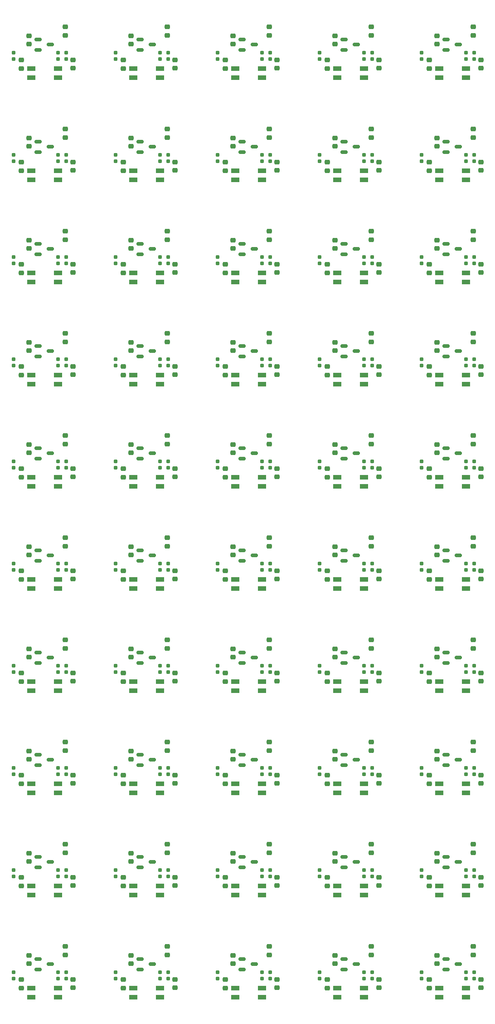
<source format=gbr>
%TF.GenerationSoftware,KiCad,Pcbnew,(7.0.0-0)*%
%TF.CreationDate,2023-06-26T09:23:28-05:00*%
%TF.ProjectId,panelized,70616e65-6c69-47a6-9564-2e6b69636164,rev?*%
%TF.SameCoordinates,Original*%
%TF.FileFunction,Paste,Bot*%
%TF.FilePolarity,Positive*%
%FSLAX46Y46*%
G04 Gerber Fmt 4.6, Leading zero omitted, Abs format (unit mm)*
G04 Created by KiCad (PCBNEW (7.0.0-0)) date 2023-06-26 09:23:28*
%MOMM*%
%LPD*%
G01*
G04 APERTURE LIST*
G04 Aperture macros list*
%AMRoundRect*
0 Rectangle with rounded corners*
0 $1 Rounding radius*
0 $2 $3 $4 $5 $6 $7 $8 $9 X,Y pos of 4 corners*
0 Add a 4 corners polygon primitive as box body*
4,1,4,$2,$3,$4,$5,$6,$7,$8,$9,$2,$3,0*
0 Add four circle primitives for the rounded corners*
1,1,$1+$1,$2,$3*
1,1,$1+$1,$4,$5*
1,1,$1+$1,$6,$7*
1,1,$1+$1,$8,$9*
0 Add four rect primitives between the rounded corners*
20,1,$1+$1,$2,$3,$4,$5,0*
20,1,$1+$1,$4,$5,$6,$7,0*
20,1,$1+$1,$6,$7,$8,$9,0*
20,1,$1+$1,$8,$9,$2,$3,0*%
G04 Aperture macros list end*
%ADD10RoundRect,0.160000X0.160000X-0.197500X0.160000X0.197500X-0.160000X0.197500X-0.160000X-0.197500X0*%
%ADD11RoundRect,0.225000X-0.250000X0.225000X-0.250000X-0.225000X0.250000X-0.225000X0.250000X0.225000X0*%
%ADD12RoundRect,0.100000X-0.700000X-0.325000X0.700000X-0.325000X0.700000X0.325000X-0.700000X0.325000X0*%
%ADD13RoundRect,0.100000X0.700000X0.325000X-0.700000X0.325000X-0.700000X-0.325000X0.700000X-0.325000X0*%
%ADD14RoundRect,0.150000X-0.512500X-0.150000X0.512500X-0.150000X0.512500X0.150000X-0.512500X0.150000X0*%
G04 APERTURE END LIST*
D10*
%TO.C,R2*%
X80005000Y-107472500D03*
X80005000Y-106277500D03*
%TD*%
%TO.C,R2*%
X22855000Y-88422500D03*
X22855000Y-87227500D03*
%TD*%
%TO.C,R2*%
X60955000Y-107472500D03*
X60955000Y-106277500D03*
%TD*%
%TO.C,R2*%
X3805000Y-88422500D03*
X3805000Y-87227500D03*
%TD*%
%TO.C,R2*%
X41905000Y-88422500D03*
X41905000Y-87227500D03*
%TD*%
%TO.C,R2*%
X60955000Y-126522500D03*
X60955000Y-125327500D03*
%TD*%
%TO.C,R2*%
X41905000Y-164622500D03*
X41905000Y-163427500D03*
%TD*%
%TO.C,R2*%
X60955000Y-88422500D03*
X60955000Y-87227500D03*
%TD*%
%TO.C,R2*%
X60955000Y-164622500D03*
X60955000Y-163427500D03*
%TD*%
%TO.C,R2*%
X22855000Y-164622500D03*
X22855000Y-163427500D03*
%TD*%
%TO.C,R2*%
X3805000Y-126522500D03*
X3805000Y-125327500D03*
%TD*%
%TO.C,R2*%
X3805000Y-107472500D03*
X3805000Y-106277500D03*
%TD*%
%TO.C,R2*%
X41905000Y-107472500D03*
X41905000Y-106277500D03*
%TD*%
%TO.C,R2*%
X41905000Y-183672500D03*
X41905000Y-182477500D03*
%TD*%
%TO.C,R2*%
X22855000Y-183672500D03*
X22855000Y-182477500D03*
%TD*%
%TO.C,R2*%
X3805000Y-12222500D03*
X3805000Y-11027500D03*
%TD*%
%TO.C,R2*%
X60955000Y-69372500D03*
X60955000Y-68177500D03*
%TD*%
%TO.C,R2*%
X80005000Y-50322500D03*
X80005000Y-49127500D03*
%TD*%
%TO.C,R2*%
X41905000Y-69372500D03*
X41905000Y-68177500D03*
%TD*%
%TO.C,R2*%
X60955000Y-50322500D03*
X60955000Y-49127500D03*
%TD*%
%TO.C,R2*%
X3805000Y-50322500D03*
X3805000Y-49127500D03*
%TD*%
%TO.C,R2*%
X41905000Y-50322500D03*
X41905000Y-49127500D03*
%TD*%
%TO.C,R2*%
X80005000Y-183672500D03*
X80005000Y-182477500D03*
%TD*%
%TO.C,R2*%
X3805000Y-164622500D03*
X3805000Y-163427500D03*
%TD*%
%TO.C,R2*%
X60955000Y-183672500D03*
X60955000Y-182477500D03*
%TD*%
%TO.C,R2*%
X3805000Y-183672500D03*
X3805000Y-182477500D03*
%TD*%
%TO.C,R2*%
X80005000Y-69372500D03*
X80005000Y-68177500D03*
%TD*%
%TO.C,R2*%
X22855000Y-107472500D03*
X22855000Y-106277500D03*
%TD*%
%TO.C,R2*%
X22855000Y-145572500D03*
X22855000Y-144377500D03*
%TD*%
%TO.C,R2*%
X41905000Y-145572500D03*
X41905000Y-144377500D03*
%TD*%
%TO.C,R2*%
X80005000Y-164622500D03*
X80005000Y-163427500D03*
%TD*%
%TO.C,R2*%
X22855000Y-126522500D03*
X22855000Y-125327500D03*
%TD*%
%TO.C,R2*%
X80005000Y-126522500D03*
X80005000Y-125327500D03*
%TD*%
%TO.C,R2*%
X41905000Y-126522500D03*
X41905000Y-125327500D03*
%TD*%
%TO.C,R2*%
X22855000Y-50322500D03*
X22855000Y-49127500D03*
%TD*%
%TO.C,R2*%
X41905000Y-12222500D03*
X41905000Y-11027500D03*
%TD*%
%TO.C,R2*%
X60955000Y-12222500D03*
X60955000Y-11027500D03*
%TD*%
%TO.C,R2*%
X3805000Y-145572500D03*
X3805000Y-144377500D03*
%TD*%
%TO.C,R2*%
X60955000Y-31272500D03*
X60955000Y-30077500D03*
%TD*%
%TO.C,R2*%
X3805000Y-31272500D03*
X3805000Y-30077500D03*
%TD*%
%TO.C,R2*%
X22855000Y-31272500D03*
X22855000Y-30077500D03*
%TD*%
%TO.C,R2*%
X3805000Y-69372500D03*
X3805000Y-68177500D03*
%TD*%
%TO.C,R2*%
X80005000Y-145572500D03*
X80005000Y-144377500D03*
%TD*%
%TO.C,R2*%
X22855000Y-69372500D03*
X22855000Y-68177500D03*
%TD*%
%TO.C,R2*%
X60955000Y-145572500D03*
X60955000Y-144377500D03*
%TD*%
%TO.C,R2*%
X22855000Y-12222500D03*
X22855000Y-11027500D03*
%TD*%
%TO.C,R2*%
X80005000Y-88422500D03*
X80005000Y-87227500D03*
%TD*%
%TO.C,R2*%
X80005000Y-12222500D03*
X80005000Y-11027500D03*
%TD*%
%TO.C,R2*%
X80005000Y-31272500D03*
X80005000Y-30077500D03*
%TD*%
%TO.C,R2*%
X41905000Y-31272500D03*
X41905000Y-30077500D03*
%TD*%
%TO.C,R1*%
X89805000Y-126522500D03*
X89805000Y-125327500D03*
%TD*%
%TO.C,R1*%
X51705000Y-183672500D03*
X51705000Y-182477500D03*
%TD*%
%TO.C,R1*%
X13605000Y-145572500D03*
X13605000Y-144377500D03*
%TD*%
%TO.C,R1*%
X51705000Y-145572500D03*
X51705000Y-144377500D03*
%TD*%
%TO.C,R1*%
X51705000Y-69372500D03*
X51705000Y-68177500D03*
%TD*%
%TO.C,R1*%
X70755000Y-126522500D03*
X70755000Y-125327500D03*
%TD*%
%TO.C,R1*%
X89805000Y-107472500D03*
X89805000Y-106277500D03*
%TD*%
%TO.C,R1*%
X32655000Y-145572500D03*
X32655000Y-144377500D03*
%TD*%
%TO.C,R1*%
X32655000Y-88422500D03*
X32655000Y-87227500D03*
%TD*%
%TO.C,R1*%
X13605000Y-88422500D03*
X13605000Y-87227500D03*
%TD*%
%TO.C,R1*%
X51705000Y-88422500D03*
X51705000Y-87227500D03*
%TD*%
%TO.C,R1*%
X32655000Y-126522500D03*
X32655000Y-125327500D03*
%TD*%
%TO.C,R1*%
X70755000Y-88422500D03*
X70755000Y-87227500D03*
%TD*%
%TO.C,R1*%
X13605000Y-164622500D03*
X13605000Y-163427500D03*
%TD*%
%TO.C,R1*%
X89805000Y-69372500D03*
X89805000Y-68177500D03*
%TD*%
%TO.C,R1*%
X70755000Y-183672500D03*
X70755000Y-182477500D03*
%TD*%
%TO.C,R1*%
X13605000Y-107472500D03*
X13605000Y-106277500D03*
%TD*%
%TO.C,R1*%
X13605000Y-50322500D03*
X13605000Y-49127500D03*
%TD*%
%TO.C,R1*%
X32655000Y-107472500D03*
X32655000Y-106277500D03*
%TD*%
%TO.C,R1*%
X13605000Y-126522500D03*
X13605000Y-125327500D03*
%TD*%
%TO.C,R1*%
X89805000Y-50322500D03*
X89805000Y-49127500D03*
%TD*%
%TO.C,R1*%
X32655000Y-164622500D03*
X32655000Y-163427500D03*
%TD*%
%TO.C,R1*%
X51705000Y-164622500D03*
X51705000Y-163427500D03*
%TD*%
%TO.C,R1*%
X51705000Y-31272500D03*
X51705000Y-30077500D03*
%TD*%
%TO.C,R1*%
X32655000Y-183672500D03*
X32655000Y-182477500D03*
%TD*%
%TO.C,R1*%
X70755000Y-69372500D03*
X70755000Y-68177500D03*
%TD*%
%TO.C,R1*%
X89805000Y-88422500D03*
X89805000Y-87227500D03*
%TD*%
%TO.C,R1*%
X70755000Y-31272500D03*
X70755000Y-30077500D03*
%TD*%
%TO.C,R1*%
X51705000Y-107472500D03*
X51705000Y-106277500D03*
%TD*%
%TO.C,R1*%
X89805000Y-31272500D03*
X89805000Y-30077500D03*
%TD*%
%TO.C,R1*%
X70755000Y-107472500D03*
X70755000Y-106277500D03*
%TD*%
%TO.C,R1*%
X13605000Y-183672500D03*
X13605000Y-182477500D03*
%TD*%
%TO.C,R1*%
X51705000Y-126522500D03*
X51705000Y-125327500D03*
%TD*%
%TO.C,R1*%
X70755000Y-164622500D03*
X70755000Y-163427500D03*
%TD*%
%TO.C,R1*%
X70755000Y-145572500D03*
X70755000Y-144377500D03*
%TD*%
%TO.C,R1*%
X89805000Y-183672500D03*
X89805000Y-182477500D03*
%TD*%
%TO.C,R1*%
X89805000Y-145572500D03*
X89805000Y-144377500D03*
%TD*%
%TO.C,R1*%
X32655000Y-50322500D03*
X32655000Y-49127500D03*
%TD*%
%TO.C,R1*%
X13605000Y-31272500D03*
X13605000Y-30077500D03*
%TD*%
%TO.C,R1*%
X51705000Y-50322500D03*
X51705000Y-49127500D03*
%TD*%
%TO.C,R1*%
X51705000Y-12222500D03*
X51705000Y-11027500D03*
%TD*%
%TO.C,R1*%
X70755000Y-50322500D03*
X70755000Y-49127500D03*
%TD*%
%TO.C,R1*%
X32655000Y-12222500D03*
X32655000Y-11027500D03*
%TD*%
%TO.C,R1*%
X89805000Y-164622500D03*
X89805000Y-163427500D03*
%TD*%
%TO.C,R1*%
X32655000Y-69372500D03*
X32655000Y-68177500D03*
%TD*%
%TO.C,R1*%
X13605000Y-69372500D03*
X13605000Y-68177500D03*
%TD*%
%TO.C,R1*%
X89805000Y-12222500D03*
X89805000Y-11027500D03*
%TD*%
%TO.C,R1*%
X70755000Y-12222500D03*
X70755000Y-11027500D03*
%TD*%
%TO.C,R1*%
X32655000Y-31272500D03*
X32655000Y-30077500D03*
%TD*%
%TO.C,R1*%
X13605000Y-12222500D03*
X13605000Y-11027500D03*
%TD*%
%TO.C,R3*%
X31155000Y-31272500D03*
X31155000Y-30077500D03*
%TD*%
%TO.C,R3*%
X12105000Y-12222500D03*
X12105000Y-11027500D03*
%TD*%
%TO.C,R3*%
X88305000Y-88422500D03*
X88305000Y-87227500D03*
%TD*%
%TO.C,R3*%
X31155000Y-12222500D03*
X31155000Y-11027500D03*
%TD*%
%TO.C,R3*%
X50205000Y-12222500D03*
X50205000Y-11027500D03*
%TD*%
%TO.C,R3*%
X69255000Y-12222500D03*
X69255000Y-11027500D03*
%TD*%
%TO.C,R3*%
X69255000Y-31272500D03*
X69255000Y-30077500D03*
%TD*%
%TO.C,R3*%
X12105000Y-31272500D03*
X12105000Y-30077500D03*
%TD*%
%TO.C,R3*%
X31155000Y-69372500D03*
X31155000Y-68177500D03*
%TD*%
%TO.C,R3*%
X69255000Y-50322500D03*
X69255000Y-49127500D03*
%TD*%
%TO.C,R3*%
X88305000Y-12222500D03*
X88305000Y-11027500D03*
%TD*%
%TO.C,R3*%
X69255000Y-145572500D03*
X69255000Y-144377500D03*
%TD*%
%TO.C,R3*%
X88305000Y-50322500D03*
X88305000Y-49127500D03*
%TD*%
%TO.C,R3*%
X88305000Y-31272500D03*
X88305000Y-30077500D03*
%TD*%
%TO.C,R3*%
X88305000Y-69372500D03*
X88305000Y-68177500D03*
%TD*%
%TO.C,R3*%
X69255000Y-126522500D03*
X69255000Y-125327500D03*
%TD*%
%TO.C,R3*%
X88305000Y-107472500D03*
X88305000Y-106277500D03*
%TD*%
%TO.C,R3*%
X50205000Y-50322500D03*
X50205000Y-49127500D03*
%TD*%
%TO.C,R3*%
X50205000Y-69372500D03*
X50205000Y-68177500D03*
%TD*%
%TO.C,R3*%
X50205000Y-31272500D03*
X50205000Y-30077500D03*
%TD*%
%TO.C,R3*%
X12105000Y-69372500D03*
X12105000Y-68177500D03*
%TD*%
%TO.C,R3*%
X12105000Y-50322500D03*
X12105000Y-49127500D03*
%TD*%
%TO.C,R3*%
X88305000Y-164622500D03*
X88305000Y-163427500D03*
%TD*%
%TO.C,R3*%
X31155000Y-88422500D03*
X31155000Y-87227500D03*
%TD*%
%TO.C,R3*%
X50205000Y-88422500D03*
X50205000Y-87227500D03*
%TD*%
%TO.C,R3*%
X69255000Y-69372500D03*
X69255000Y-68177500D03*
%TD*%
%TO.C,R3*%
X12105000Y-88422500D03*
X12105000Y-87227500D03*
%TD*%
%TO.C,R3*%
X31155000Y-50322500D03*
X31155000Y-49127500D03*
%TD*%
%TO.C,R3*%
X31155000Y-107472500D03*
X31155000Y-106277500D03*
%TD*%
%TO.C,R3*%
X69255000Y-88422500D03*
X69255000Y-87227500D03*
%TD*%
%TO.C,R3*%
X50205000Y-183672500D03*
X50205000Y-182477500D03*
%TD*%
%TO.C,R3*%
X88305000Y-145572500D03*
X88305000Y-144377500D03*
%TD*%
%TO.C,R3*%
X88305000Y-183672500D03*
X88305000Y-182477500D03*
%TD*%
%TO.C,R3*%
X50205000Y-126522500D03*
X50205000Y-125327500D03*
%TD*%
%TO.C,R3*%
X12105000Y-126522500D03*
X12105000Y-125327500D03*
%TD*%
%TO.C,R3*%
X69255000Y-107472500D03*
X69255000Y-106277500D03*
%TD*%
%TO.C,R3*%
X31155000Y-145572500D03*
X31155000Y-144377500D03*
%TD*%
%TO.C,R3*%
X50205000Y-145572500D03*
X50205000Y-144377500D03*
%TD*%
%TO.C,R3*%
X12105000Y-164622500D03*
X12105000Y-163427500D03*
%TD*%
%TO.C,R3*%
X31155000Y-164622500D03*
X31155000Y-163427500D03*
%TD*%
%TO.C,R3*%
X12105000Y-145572500D03*
X12105000Y-144377500D03*
%TD*%
%TO.C,R3*%
X88305000Y-126522500D03*
X88305000Y-125327500D03*
%TD*%
%TO.C,R3*%
X31155000Y-126522500D03*
X31155000Y-125327500D03*
%TD*%
%TO.C,R3*%
X50205000Y-107472500D03*
X50205000Y-106277500D03*
%TD*%
%TO.C,R3*%
X12105000Y-107472500D03*
X12105000Y-106277500D03*
%TD*%
%TO.C,R3*%
X69255000Y-183672500D03*
X69255000Y-182477500D03*
%TD*%
%TO.C,R3*%
X69255000Y-164622500D03*
X69255000Y-163427500D03*
%TD*%
%TO.C,R3*%
X12105000Y-183672500D03*
X12105000Y-182477500D03*
%TD*%
%TO.C,R3*%
X50205000Y-164622500D03*
X50205000Y-163427500D03*
%TD*%
%TO.C,R3*%
X31155000Y-183672500D03*
X31155000Y-182477500D03*
%TD*%
D11*
%TO.C,C3*%
X51605000Y-120510000D03*
X51605000Y-122060000D03*
%TD*%
%TO.C,C3*%
X13505000Y-139560000D03*
X13505000Y-141110000D03*
%TD*%
%TO.C,C3*%
X32555000Y-120510000D03*
X32555000Y-122060000D03*
%TD*%
%TO.C,C3*%
X70655000Y-139560000D03*
X70655000Y-141110000D03*
%TD*%
%TO.C,C3*%
X89705000Y-139560000D03*
X89705000Y-141110000D03*
%TD*%
%TO.C,C3*%
X32555000Y-101460000D03*
X32555000Y-103010000D03*
%TD*%
%TO.C,C3*%
X13505000Y-177660000D03*
X13505000Y-179210000D03*
%TD*%
%TO.C,C3*%
X89705000Y-101460000D03*
X89705000Y-103010000D03*
%TD*%
%TO.C,C3*%
X89705000Y-177660000D03*
X89705000Y-179210000D03*
%TD*%
%TO.C,C3*%
X89705000Y-158610000D03*
X89705000Y-160160000D03*
%TD*%
%TO.C,C3*%
X32555000Y-158610000D03*
X32555000Y-160160000D03*
%TD*%
%TO.C,C3*%
X89705000Y-63360000D03*
X89705000Y-64910000D03*
%TD*%
%TO.C,C3*%
X51605000Y-63360000D03*
X51605000Y-64910000D03*
%TD*%
%TO.C,C3*%
X32555000Y-139560000D03*
X32555000Y-141110000D03*
%TD*%
%TO.C,C3*%
X32555000Y-63360000D03*
X32555000Y-64910000D03*
%TD*%
%TO.C,C3*%
X70655000Y-82410000D03*
X70655000Y-83960000D03*
%TD*%
%TO.C,C3*%
X89705000Y-25260000D03*
X89705000Y-26810000D03*
%TD*%
%TO.C,C3*%
X51605000Y-139560000D03*
X51605000Y-141110000D03*
%TD*%
%TO.C,C3*%
X89705000Y-6210000D03*
X89705000Y-7760000D03*
%TD*%
%TO.C,C3*%
X13505000Y-120510000D03*
X13505000Y-122060000D03*
%TD*%
%TO.C,C3*%
X70655000Y-177660000D03*
X70655000Y-179210000D03*
%TD*%
%TO.C,C3*%
X89705000Y-120510000D03*
X89705000Y-122060000D03*
%TD*%
%TO.C,C3*%
X13505000Y-101460000D03*
X13505000Y-103010000D03*
%TD*%
%TO.C,C3*%
X70655000Y-158610000D03*
X70655000Y-160160000D03*
%TD*%
%TO.C,C3*%
X70655000Y-101460000D03*
X70655000Y-103010000D03*
%TD*%
%TO.C,C3*%
X32555000Y-177660000D03*
X32555000Y-179210000D03*
%TD*%
%TO.C,C3*%
X51605000Y-101460000D03*
X51605000Y-103010000D03*
%TD*%
%TO.C,C3*%
X51605000Y-158610000D03*
X51605000Y-160160000D03*
%TD*%
%TO.C,C3*%
X13505000Y-158610000D03*
X13505000Y-160160000D03*
%TD*%
%TO.C,C3*%
X51605000Y-177660000D03*
X51605000Y-179210000D03*
%TD*%
%TO.C,C3*%
X51605000Y-44310000D03*
X51605000Y-45860000D03*
%TD*%
%TO.C,C3*%
X13505000Y-63360000D03*
X13505000Y-64910000D03*
%TD*%
%TO.C,C3*%
X89705000Y-82410000D03*
X89705000Y-83960000D03*
%TD*%
%TO.C,C3*%
X51605000Y-82410000D03*
X51605000Y-83960000D03*
%TD*%
%TO.C,C3*%
X70655000Y-120510000D03*
X70655000Y-122060000D03*
%TD*%
%TO.C,C3*%
X51605000Y-25260000D03*
X51605000Y-26810000D03*
%TD*%
%TO.C,C3*%
X13505000Y-44310000D03*
X13505000Y-45860000D03*
%TD*%
%TO.C,C3*%
X32555000Y-6210000D03*
X32555000Y-7760000D03*
%TD*%
%TO.C,C3*%
X13505000Y-6210000D03*
X13505000Y-7760000D03*
%TD*%
%TO.C,C3*%
X89705000Y-44310000D03*
X89705000Y-45860000D03*
%TD*%
%TO.C,C3*%
X70655000Y-25260000D03*
X70655000Y-26810000D03*
%TD*%
%TO.C,C3*%
X32555000Y-82410000D03*
X32555000Y-83960000D03*
%TD*%
%TO.C,C3*%
X70655000Y-44310000D03*
X70655000Y-45860000D03*
%TD*%
%TO.C,C3*%
X13505000Y-82410000D03*
X13505000Y-83960000D03*
%TD*%
%TO.C,C3*%
X32555000Y-25260000D03*
X32555000Y-26810000D03*
%TD*%
%TO.C,C3*%
X51605000Y-6210000D03*
X51605000Y-7760000D03*
%TD*%
%TO.C,C3*%
X70655000Y-6210000D03*
X70655000Y-7760000D03*
%TD*%
%TO.C,C3*%
X32555000Y-44310000D03*
X32555000Y-45860000D03*
%TD*%
%TO.C,C3*%
X13505000Y-25260000D03*
X13505000Y-26810000D03*
%TD*%
%TO.C,C3*%
X70655000Y-63360000D03*
X70655000Y-64910000D03*
%TD*%
D12*
%TO.C,D1*%
X64255000Y-166350000D03*
D13*
X64255000Y-168100000D03*
X69255000Y-168100000D03*
D12*
X69255000Y-166350000D03*
%TD*%
%TO.C,D1*%
X64255000Y-147300000D03*
D13*
X64255000Y-149050000D03*
X69255000Y-149050000D03*
D12*
X69255000Y-147300000D03*
%TD*%
%TO.C,D1*%
X45205000Y-185400000D03*
D13*
X45205000Y-187150000D03*
X50205000Y-187150000D03*
D12*
X50205000Y-185400000D03*
%TD*%
%TO.C,D1*%
X45205000Y-109200000D03*
D13*
X45205000Y-110950000D03*
X50205000Y-110950000D03*
D12*
X50205000Y-109200000D03*
%TD*%
%TO.C,D1*%
X26155000Y-109200000D03*
D13*
X26155000Y-110950000D03*
X31155000Y-110950000D03*
D12*
X31155000Y-109200000D03*
%TD*%
%TO.C,D1*%
X64255000Y-109200000D03*
D13*
X64255000Y-110950000D03*
X69255000Y-110950000D03*
D12*
X69255000Y-109200000D03*
%TD*%
%TO.C,D1*%
X7105000Y-147300000D03*
D13*
X7105000Y-149050000D03*
X12105000Y-149050000D03*
D12*
X12105000Y-147300000D03*
%TD*%
%TO.C,D1*%
X64255000Y-90150000D03*
D13*
X64255000Y-91900000D03*
X69255000Y-91900000D03*
D12*
X69255000Y-90150000D03*
%TD*%
%TO.C,D1*%
X45205000Y-71100000D03*
D13*
X45205000Y-72850000D03*
X50205000Y-72850000D03*
D12*
X50205000Y-71100000D03*
%TD*%
%TO.C,D1*%
X64255000Y-52050000D03*
D13*
X64255000Y-53800000D03*
X69255000Y-53800000D03*
D12*
X69255000Y-52050000D03*
%TD*%
%TO.C,D1*%
X83305000Y-52050000D03*
D13*
X83305000Y-53800000D03*
X88305000Y-53800000D03*
D12*
X88305000Y-52050000D03*
%TD*%
%TO.C,D1*%
X45205000Y-90150000D03*
D13*
X45205000Y-91900000D03*
X50205000Y-91900000D03*
D12*
X50205000Y-90150000D03*
%TD*%
%TO.C,D1*%
X64255000Y-71100000D03*
D13*
X64255000Y-72850000D03*
X69255000Y-72850000D03*
D12*
X69255000Y-71100000D03*
%TD*%
%TO.C,D1*%
X83305000Y-71100000D03*
D13*
X83305000Y-72850000D03*
X88305000Y-72850000D03*
D12*
X88305000Y-71100000D03*
%TD*%
%TO.C,D1*%
X26155000Y-90150000D03*
D13*
X26155000Y-91900000D03*
X31155000Y-91900000D03*
D12*
X31155000Y-90150000D03*
%TD*%
%TO.C,D1*%
X83305000Y-90150000D03*
D13*
X83305000Y-91900000D03*
X88305000Y-91900000D03*
D12*
X88305000Y-90150000D03*
%TD*%
%TO.C,D1*%
X64255000Y-128250000D03*
D13*
X64255000Y-130000000D03*
X69255000Y-130000000D03*
D12*
X69255000Y-128250000D03*
%TD*%
%TO.C,D1*%
X7105000Y-90150000D03*
D13*
X7105000Y-91900000D03*
X12105000Y-91900000D03*
D12*
X12105000Y-90150000D03*
%TD*%
%TO.C,D1*%
X7105000Y-33000000D03*
D13*
X7105000Y-34750000D03*
X12105000Y-34750000D03*
D12*
X12105000Y-33000000D03*
%TD*%
%TO.C,D1*%
X45205000Y-52050000D03*
D13*
X45205000Y-53800000D03*
X50205000Y-53800000D03*
D12*
X50205000Y-52050000D03*
%TD*%
%TO.C,D1*%
X26155000Y-13950000D03*
D13*
X26155000Y-15700000D03*
X31155000Y-15700000D03*
D12*
X31155000Y-13950000D03*
%TD*%
%TO.C,D1*%
X7105000Y-52050000D03*
D13*
X7105000Y-53800000D03*
X12105000Y-53800000D03*
D12*
X12105000Y-52050000D03*
%TD*%
%TO.C,D1*%
X64255000Y-33000000D03*
D13*
X64255000Y-34750000D03*
X69255000Y-34750000D03*
D12*
X69255000Y-33000000D03*
%TD*%
%TO.C,D1*%
X83305000Y-13950000D03*
D13*
X83305000Y-15700000D03*
X88305000Y-15700000D03*
D12*
X88305000Y-13950000D03*
%TD*%
%TO.C,D1*%
X26155000Y-71100000D03*
D13*
X26155000Y-72850000D03*
X31155000Y-72850000D03*
D12*
X31155000Y-71100000D03*
%TD*%
%TO.C,D1*%
X26155000Y-52050000D03*
D13*
X26155000Y-53800000D03*
X31155000Y-53800000D03*
D12*
X31155000Y-52050000D03*
%TD*%
%TO.C,D1*%
X45205000Y-128250000D03*
D13*
X45205000Y-130000000D03*
X50205000Y-130000000D03*
D12*
X50205000Y-128250000D03*
%TD*%
%TO.C,D1*%
X26155000Y-33000000D03*
D13*
X26155000Y-34750000D03*
X31155000Y-34750000D03*
D12*
X31155000Y-33000000D03*
%TD*%
%TO.C,D1*%
X7105000Y-71100000D03*
D13*
X7105000Y-72850000D03*
X12105000Y-72850000D03*
D12*
X12105000Y-71100000D03*
%TD*%
%TO.C,D1*%
X26155000Y-185400000D03*
D13*
X26155000Y-187150000D03*
X31155000Y-187150000D03*
D12*
X31155000Y-185400000D03*
%TD*%
%TO.C,D1*%
X64255000Y-185400000D03*
D13*
X64255000Y-187150000D03*
X69255000Y-187150000D03*
D12*
X69255000Y-185400000D03*
%TD*%
%TO.C,D1*%
X26155000Y-128250000D03*
D13*
X26155000Y-130000000D03*
X31155000Y-130000000D03*
D12*
X31155000Y-128250000D03*
%TD*%
%TO.C,D1*%
X7105000Y-109200000D03*
D13*
X7105000Y-110950000D03*
X12105000Y-110950000D03*
D12*
X12105000Y-109200000D03*
%TD*%
%TO.C,D1*%
X45205000Y-33000000D03*
D13*
X45205000Y-34750000D03*
X50205000Y-34750000D03*
D12*
X50205000Y-33000000D03*
%TD*%
%TO.C,D1*%
X45205000Y-13950000D03*
D13*
X45205000Y-15700000D03*
X50205000Y-15700000D03*
D12*
X50205000Y-13950000D03*
%TD*%
%TO.C,D1*%
X83305000Y-33000000D03*
D13*
X83305000Y-34750000D03*
X88305000Y-34750000D03*
D12*
X88305000Y-33000000D03*
%TD*%
%TO.C,D1*%
X7105000Y-185400000D03*
D13*
X7105000Y-187150000D03*
X12105000Y-187150000D03*
D12*
X12105000Y-185400000D03*
%TD*%
%TO.C,D1*%
X83305000Y-128250000D03*
D13*
X83305000Y-130000000D03*
X88305000Y-130000000D03*
D12*
X88305000Y-128250000D03*
%TD*%
%TO.C,D1*%
X26155000Y-166350000D03*
D13*
X26155000Y-168100000D03*
X31155000Y-168100000D03*
D12*
X31155000Y-166350000D03*
%TD*%
%TO.C,D1*%
X45205000Y-166350000D03*
D13*
X45205000Y-168100000D03*
X50205000Y-168100000D03*
D12*
X50205000Y-166350000D03*
%TD*%
%TO.C,D1*%
X45205000Y-147300000D03*
D13*
X45205000Y-149050000D03*
X50205000Y-149050000D03*
D12*
X50205000Y-147300000D03*
%TD*%
%TO.C,D1*%
X83305000Y-109200000D03*
D13*
X83305000Y-110950000D03*
X88305000Y-110950000D03*
D12*
X88305000Y-109200000D03*
%TD*%
%TO.C,D1*%
X83305000Y-185400000D03*
D13*
X83305000Y-187150000D03*
X88305000Y-187150000D03*
D12*
X88305000Y-185400000D03*
%TD*%
%TO.C,D1*%
X7105000Y-128250000D03*
D13*
X7105000Y-130000000D03*
X12105000Y-130000000D03*
D12*
X12105000Y-128250000D03*
%TD*%
%TO.C,D1*%
X26155000Y-147300000D03*
D13*
X26155000Y-149050000D03*
X31155000Y-149050000D03*
D12*
X31155000Y-147300000D03*
%TD*%
%TO.C,D1*%
X7105000Y-166350000D03*
D13*
X7105000Y-168100000D03*
X12105000Y-168100000D03*
D12*
X12105000Y-166350000D03*
%TD*%
%TO.C,D1*%
X64255000Y-13950000D03*
D13*
X64255000Y-15700000D03*
X69255000Y-15700000D03*
D12*
X69255000Y-13950000D03*
%TD*%
%TO.C,D1*%
X83305000Y-147300000D03*
D13*
X83305000Y-149050000D03*
X88305000Y-149050000D03*
D12*
X88305000Y-147300000D03*
%TD*%
%TO.C,D1*%
X7105000Y-13950000D03*
D13*
X7105000Y-15700000D03*
X12105000Y-15700000D03*
D12*
X12105000Y-13950000D03*
%TD*%
%TO.C,D1*%
X83305000Y-166350000D03*
D13*
X83305000Y-168100000D03*
X88305000Y-168100000D03*
D12*
X88305000Y-166350000D03*
%TD*%
D14*
%TO.C,U1*%
X8387500Y-67625000D03*
X8387500Y-65725000D03*
X10662500Y-66675000D03*
%TD*%
%TO.C,U1*%
X46487500Y-48575000D03*
X46487500Y-46675000D03*
X48762500Y-47625000D03*
%TD*%
%TO.C,U1*%
X84587500Y-162875000D03*
X84587500Y-160975000D03*
X86862500Y-161925000D03*
%TD*%
%TO.C,U1*%
X27437500Y-48575000D03*
X27437500Y-46675000D03*
X29712500Y-47625000D03*
%TD*%
%TO.C,U1*%
X8387500Y-10475000D03*
X8387500Y-8575000D03*
X10662500Y-9525000D03*
%TD*%
%TO.C,U1*%
X46487500Y-29525000D03*
X46487500Y-27625000D03*
X48762500Y-28575000D03*
%TD*%
%TO.C,U1*%
X27437500Y-29525000D03*
X27437500Y-27625000D03*
X29712500Y-28575000D03*
%TD*%
%TO.C,U1*%
X27437500Y-10475000D03*
X27437500Y-8575000D03*
X29712500Y-9525000D03*
%TD*%
%TO.C,U1*%
X84587500Y-29525000D03*
X84587500Y-27625000D03*
X86862500Y-28575000D03*
%TD*%
%TO.C,U1*%
X84587500Y-86675000D03*
X84587500Y-84775000D03*
X86862500Y-85725000D03*
%TD*%
%TO.C,U1*%
X84587500Y-10475000D03*
X84587500Y-8575000D03*
X86862500Y-9525000D03*
%TD*%
%TO.C,U1*%
X8387500Y-181925000D03*
X8387500Y-180025000D03*
X10662500Y-180975000D03*
%TD*%
%TO.C,U1*%
X27437500Y-162875000D03*
X27437500Y-160975000D03*
X29712500Y-161925000D03*
%TD*%
%TO.C,U1*%
X46487500Y-86675000D03*
X46487500Y-84775000D03*
X48762500Y-85725000D03*
%TD*%
%TO.C,U1*%
X65537500Y-105725000D03*
X65537500Y-103825000D03*
X67812500Y-104775000D03*
%TD*%
%TO.C,U1*%
X65537500Y-124775000D03*
X65537500Y-122875000D03*
X67812500Y-123825000D03*
%TD*%
%TO.C,U1*%
X84587500Y-143825000D03*
X84587500Y-141925000D03*
X86862500Y-142875000D03*
%TD*%
%TO.C,U1*%
X27437500Y-67625000D03*
X27437500Y-65725000D03*
X29712500Y-66675000D03*
%TD*%
%TO.C,U1*%
X8387500Y-48575000D03*
X8387500Y-46675000D03*
X10662500Y-47625000D03*
%TD*%
%TO.C,U1*%
X65537500Y-10475000D03*
X65537500Y-8575000D03*
X67812500Y-9525000D03*
%TD*%
%TO.C,U1*%
X46487500Y-143825000D03*
X46487500Y-141925000D03*
X48762500Y-142875000D03*
%TD*%
%TO.C,U1*%
X8387500Y-29525000D03*
X8387500Y-27625000D03*
X10662500Y-28575000D03*
%TD*%
%TO.C,U1*%
X84587500Y-67625000D03*
X84587500Y-65725000D03*
X86862500Y-66675000D03*
%TD*%
%TO.C,U1*%
X65537500Y-29525000D03*
X65537500Y-27625000D03*
X67812500Y-28575000D03*
%TD*%
%TO.C,U1*%
X46487500Y-10475000D03*
X46487500Y-8575000D03*
X48762500Y-9525000D03*
%TD*%
%TO.C,U1*%
X46487500Y-181925000D03*
X46487500Y-180025000D03*
X48762500Y-180975000D03*
%TD*%
%TO.C,U1*%
X65537500Y-48575000D03*
X65537500Y-46675000D03*
X67812500Y-47625000D03*
%TD*%
%TO.C,U1*%
X84587500Y-48575000D03*
X84587500Y-46675000D03*
X86862500Y-47625000D03*
%TD*%
%TO.C,U1*%
X65537500Y-86675000D03*
X65537500Y-84775000D03*
X67812500Y-85725000D03*
%TD*%
%TO.C,U1*%
X65537500Y-67625000D03*
X65537500Y-65725000D03*
X67812500Y-66675000D03*
%TD*%
%TO.C,U1*%
X46487500Y-67625000D03*
X46487500Y-65725000D03*
X48762500Y-66675000D03*
%TD*%
%TO.C,U1*%
X46487500Y-124775000D03*
X46487500Y-122875000D03*
X48762500Y-123825000D03*
%TD*%
%TO.C,U1*%
X27437500Y-143825000D03*
X27437500Y-141925000D03*
X29712500Y-142875000D03*
%TD*%
%TO.C,U1*%
X8387500Y-105725000D03*
X8387500Y-103825000D03*
X10662500Y-104775000D03*
%TD*%
%TO.C,U1*%
X8387500Y-86675000D03*
X8387500Y-84775000D03*
X10662500Y-85725000D03*
%TD*%
%TO.C,U1*%
X46487500Y-105725000D03*
X46487500Y-103825000D03*
X48762500Y-104775000D03*
%TD*%
%TO.C,U1*%
X27437500Y-86675000D03*
X27437500Y-84775000D03*
X29712500Y-85725000D03*
%TD*%
%TO.C,U1*%
X27437500Y-124775000D03*
X27437500Y-122875000D03*
X29712500Y-123825000D03*
%TD*%
%TO.C,U1*%
X84587500Y-105725000D03*
X84587500Y-103825000D03*
X86862500Y-104775000D03*
%TD*%
%TO.C,U1*%
X27437500Y-105725000D03*
X27437500Y-103825000D03*
X29712500Y-104775000D03*
%TD*%
%TO.C,U1*%
X8387500Y-124775000D03*
X8387500Y-122875000D03*
X10662500Y-123825000D03*
%TD*%
%TO.C,U1*%
X8387500Y-143825000D03*
X8387500Y-141925000D03*
X10662500Y-142875000D03*
%TD*%
%TO.C,U1*%
X8387500Y-162875000D03*
X8387500Y-160975000D03*
X10662500Y-161925000D03*
%TD*%
%TO.C,U1*%
X46487500Y-162875000D03*
X46487500Y-160975000D03*
X48762500Y-161925000D03*
%TD*%
%TO.C,U1*%
X65537500Y-143825000D03*
X65537500Y-141925000D03*
X67812500Y-142875000D03*
%TD*%
%TO.C,U1*%
X84587500Y-124775000D03*
X84587500Y-122875000D03*
X86862500Y-123825000D03*
%TD*%
%TO.C,U1*%
X27437500Y-181925000D03*
X27437500Y-180025000D03*
X29712500Y-180975000D03*
%TD*%
%TO.C,U1*%
X65537500Y-162875000D03*
X65537500Y-160975000D03*
X67812500Y-161925000D03*
%TD*%
%TO.C,U1*%
X65537500Y-181925000D03*
X65537500Y-180025000D03*
X67812500Y-180975000D03*
%TD*%
%TO.C,U1*%
X84587500Y-181925000D03*
X84587500Y-180025000D03*
X86862500Y-180975000D03*
%TD*%
D11*
%TO.C,C2*%
X33955000Y-145700000D03*
X33955000Y-147250000D03*
%TD*%
%TO.C,C2*%
X72055000Y-69500000D03*
X72055000Y-71050000D03*
%TD*%
%TO.C,C2*%
X72055000Y-126650000D03*
X72055000Y-128200000D03*
%TD*%
%TO.C,C2*%
X53005000Y-31400000D03*
X53005000Y-32950000D03*
%TD*%
%TO.C,C2*%
X72055000Y-31400000D03*
X72055000Y-32950000D03*
%TD*%
%TO.C,C2*%
X33955000Y-31400000D03*
X33955000Y-32950000D03*
%TD*%
%TO.C,C2*%
X72055000Y-12350000D03*
X72055000Y-13900000D03*
%TD*%
%TO.C,C2*%
X14905000Y-31400000D03*
X14905000Y-32950000D03*
%TD*%
%TO.C,C2*%
X33955000Y-107600000D03*
X33955000Y-109150000D03*
%TD*%
%TO.C,C2*%
X91105000Y-12350000D03*
X91105000Y-13900000D03*
%TD*%
%TO.C,C2*%
X53005000Y-69500000D03*
X53005000Y-71050000D03*
%TD*%
%TO.C,C2*%
X91105000Y-164750000D03*
X91105000Y-166300000D03*
%TD*%
%TO.C,C2*%
X33955000Y-12350000D03*
X33955000Y-13900000D03*
%TD*%
%TO.C,C2*%
X53005000Y-12350000D03*
X53005000Y-13900000D03*
%TD*%
%TO.C,C2*%
X53005000Y-107600000D03*
X53005000Y-109150000D03*
%TD*%
%TO.C,C2*%
X91105000Y-31400000D03*
X91105000Y-32950000D03*
%TD*%
%TO.C,C2*%
X91105000Y-126650000D03*
X91105000Y-128200000D03*
%TD*%
%TO.C,C2*%
X33955000Y-88550000D03*
X33955000Y-90100000D03*
%TD*%
%TO.C,C2*%
X33955000Y-69500000D03*
X33955000Y-71050000D03*
%TD*%
%TO.C,C2*%
X53005000Y-126650000D03*
X53005000Y-128200000D03*
%TD*%
%TO.C,C2*%
X14905000Y-12350000D03*
X14905000Y-13900000D03*
%TD*%
%TO.C,C2*%
X33955000Y-50450000D03*
X33955000Y-52000000D03*
%TD*%
%TO.C,C2*%
X53005000Y-50450000D03*
X53005000Y-52000000D03*
%TD*%
%TO.C,C2*%
X14905000Y-69500000D03*
X14905000Y-71050000D03*
%TD*%
%TO.C,C2*%
X14905000Y-88550000D03*
X14905000Y-90100000D03*
%TD*%
%TO.C,C2*%
X91105000Y-88550000D03*
X91105000Y-90100000D03*
%TD*%
%TO.C,C2*%
X72055000Y-88550000D03*
X72055000Y-90100000D03*
%TD*%
%TO.C,C2*%
X72055000Y-107600000D03*
X72055000Y-109150000D03*
%TD*%
%TO.C,C2*%
X72055000Y-145700000D03*
X72055000Y-147250000D03*
%TD*%
%TO.C,C2*%
X72055000Y-50450000D03*
X72055000Y-52000000D03*
%TD*%
%TO.C,C2*%
X91105000Y-69500000D03*
X91105000Y-71050000D03*
%TD*%
%TO.C,C2*%
X14905000Y-183800000D03*
X14905000Y-185350000D03*
%TD*%
%TO.C,C2*%
X14905000Y-50450000D03*
X14905000Y-52000000D03*
%TD*%
%TO.C,C2*%
X33955000Y-164750000D03*
X33955000Y-166300000D03*
%TD*%
%TO.C,C2*%
X53005000Y-88550000D03*
X53005000Y-90100000D03*
%TD*%
%TO.C,C2*%
X91105000Y-50450000D03*
X91105000Y-52000000D03*
%TD*%
%TO.C,C2*%
X14905000Y-107600000D03*
X14905000Y-109150000D03*
%TD*%
%TO.C,C2*%
X91105000Y-107600000D03*
X91105000Y-109150000D03*
%TD*%
%TO.C,C2*%
X14905000Y-145700000D03*
X14905000Y-147250000D03*
%TD*%
%TO.C,C2*%
X72055000Y-183800000D03*
X72055000Y-185350000D03*
%TD*%
%TO.C,C2*%
X91105000Y-183800000D03*
X91105000Y-185350000D03*
%TD*%
%TO.C,C2*%
X72055000Y-164750000D03*
X72055000Y-166300000D03*
%TD*%
%TO.C,C2*%
X53005000Y-164750000D03*
X53005000Y-166300000D03*
%TD*%
%TO.C,C2*%
X14905000Y-126650000D03*
X14905000Y-128200000D03*
%TD*%
%TO.C,C2*%
X33955000Y-183800000D03*
X33955000Y-185350000D03*
%TD*%
%TO.C,C2*%
X33955000Y-126650000D03*
X33955000Y-128200000D03*
%TD*%
%TO.C,C2*%
X91105000Y-145700000D03*
X91105000Y-147250000D03*
%TD*%
%TO.C,C2*%
X53005000Y-183800000D03*
X53005000Y-185350000D03*
%TD*%
%TO.C,C2*%
X53005000Y-145700000D03*
X53005000Y-147250000D03*
%TD*%
%TO.C,C2*%
X14905000Y-164750000D03*
X14905000Y-166300000D03*
%TD*%
%TO.C,C4*%
X6731000Y-7861000D03*
X6731000Y-9411000D03*
%TD*%
%TO.C,C4*%
X25781000Y-26911000D03*
X25781000Y-28461000D03*
%TD*%
%TO.C,C4*%
X44831000Y-7861000D03*
X44831000Y-9411000D03*
%TD*%
%TO.C,C4*%
X82931000Y-65011000D03*
X82931000Y-66561000D03*
%TD*%
%TO.C,C4*%
X82931000Y-26911000D03*
X82931000Y-28461000D03*
%TD*%
%TO.C,C4*%
X25781000Y-7861000D03*
X25781000Y-9411000D03*
%TD*%
%TO.C,C4*%
X82931000Y-160261000D03*
X82931000Y-161811000D03*
%TD*%
%TO.C,C4*%
X44831000Y-26911000D03*
X44831000Y-28461000D03*
%TD*%
%TO.C,C4*%
X25781000Y-45961000D03*
X25781000Y-47511000D03*
%TD*%
%TO.C,C4*%
X63881000Y-122161000D03*
X63881000Y-123711000D03*
%TD*%
%TO.C,C4*%
X6731000Y-45961000D03*
X6731000Y-47511000D03*
%TD*%
%TO.C,C4*%
X82931000Y-84061000D03*
X82931000Y-85611000D03*
%TD*%
%TO.C,C4*%
X44831000Y-65011000D03*
X44831000Y-66561000D03*
%TD*%
%TO.C,C4*%
X44831000Y-45961000D03*
X44831000Y-47511000D03*
%TD*%
%TO.C,C4*%
X82931000Y-45961000D03*
X82931000Y-47511000D03*
%TD*%
%TO.C,C4*%
X63881000Y-7861000D03*
X63881000Y-9411000D03*
%TD*%
%TO.C,C4*%
X25781000Y-65011000D03*
X25781000Y-66561000D03*
%TD*%
%TO.C,C4*%
X82931000Y-7861000D03*
X82931000Y-9411000D03*
%TD*%
%TO.C,C4*%
X82931000Y-179311000D03*
X82931000Y-180861000D03*
%TD*%
%TO.C,C4*%
X6731000Y-26911000D03*
X6731000Y-28461000D03*
%TD*%
%TO.C,C4*%
X63881000Y-84061000D03*
X63881000Y-85611000D03*
%TD*%
%TO.C,C4*%
X63881000Y-45961000D03*
X63881000Y-47511000D03*
%TD*%
%TO.C,C4*%
X63881000Y-103111000D03*
X63881000Y-104661000D03*
%TD*%
%TO.C,C4*%
X6731000Y-103111000D03*
X6731000Y-104661000D03*
%TD*%
%TO.C,C4*%
X25781000Y-160261000D03*
X25781000Y-161811000D03*
%TD*%
%TO.C,C4*%
X6731000Y-65011000D03*
X6731000Y-66561000D03*
%TD*%
%TO.C,C4*%
X63881000Y-26911000D03*
X63881000Y-28461000D03*
%TD*%
%TO.C,C4*%
X6731000Y-179311000D03*
X6731000Y-180861000D03*
%TD*%
%TO.C,C4*%
X25781000Y-103111000D03*
X25781000Y-104661000D03*
%TD*%
%TO.C,C4*%
X25781000Y-84061000D03*
X25781000Y-85611000D03*
%TD*%
%TO.C,C4*%
X6731000Y-122161000D03*
X6731000Y-123711000D03*
%TD*%
%TO.C,C4*%
X44831000Y-122161000D03*
X44831000Y-123711000D03*
%TD*%
%TO.C,C4*%
X6731000Y-84061000D03*
X6731000Y-85611000D03*
%TD*%
%TO.C,C4*%
X25781000Y-122161000D03*
X25781000Y-123711000D03*
%TD*%
%TO.C,C4*%
X82931000Y-122161000D03*
X82931000Y-123711000D03*
%TD*%
%TO.C,C4*%
X44831000Y-141211000D03*
X44831000Y-142761000D03*
%TD*%
%TO.C,C4*%
X63881000Y-65011000D03*
X63881000Y-66561000D03*
%TD*%
%TO.C,C4*%
X44831000Y-160261000D03*
X44831000Y-161811000D03*
%TD*%
%TO.C,C4*%
X44831000Y-84061000D03*
X44831000Y-85611000D03*
%TD*%
%TO.C,C4*%
X44831000Y-103111000D03*
X44831000Y-104661000D03*
%TD*%
%TO.C,C4*%
X63881000Y-160261000D03*
X63881000Y-161811000D03*
%TD*%
%TO.C,C4*%
X82931000Y-141211000D03*
X82931000Y-142761000D03*
%TD*%
%TO.C,C4*%
X63881000Y-179311000D03*
X63881000Y-180861000D03*
%TD*%
%TO.C,C4*%
X6731000Y-141211000D03*
X6731000Y-142761000D03*
%TD*%
%TO.C,C4*%
X82931000Y-103111000D03*
X82931000Y-104661000D03*
%TD*%
%TO.C,C4*%
X25781000Y-141211000D03*
X25781000Y-142761000D03*
%TD*%
%TO.C,C4*%
X63881000Y-141211000D03*
X63881000Y-142761000D03*
%TD*%
%TO.C,C4*%
X6731000Y-160261000D03*
X6731000Y-161811000D03*
%TD*%
%TO.C,C4*%
X44831000Y-179311000D03*
X44831000Y-180861000D03*
%TD*%
%TO.C,C4*%
X25781000Y-179311000D03*
X25781000Y-180861000D03*
%TD*%
%TO.C,C1*%
X5222511Y-69543635D03*
X5222511Y-71093635D03*
%TD*%
%TO.C,C1*%
X24272511Y-50493635D03*
X24272511Y-52043635D03*
%TD*%
%TO.C,C1*%
X62372511Y-50493635D03*
X62372511Y-52043635D03*
%TD*%
%TO.C,C1*%
X81422511Y-88593635D03*
X81422511Y-90143635D03*
%TD*%
%TO.C,C1*%
X43322511Y-12393635D03*
X43322511Y-13943635D03*
%TD*%
%TO.C,C1*%
X62372511Y-12393635D03*
X62372511Y-13943635D03*
%TD*%
%TO.C,C1*%
X62372511Y-31443635D03*
X62372511Y-32993635D03*
%TD*%
%TO.C,C1*%
X81422511Y-50493635D03*
X81422511Y-52043635D03*
%TD*%
%TO.C,C1*%
X81422511Y-164793635D03*
X81422511Y-166343635D03*
%TD*%
%TO.C,C1*%
X24272511Y-12393635D03*
X24272511Y-13943635D03*
%TD*%
%TO.C,C1*%
X24272511Y-31443635D03*
X24272511Y-32993635D03*
%TD*%
%TO.C,C1*%
X81422511Y-12393635D03*
X81422511Y-13943635D03*
%TD*%
%TO.C,C1*%
X5222511Y-12393635D03*
X5222511Y-13943635D03*
%TD*%
%TO.C,C1*%
X43322511Y-88593635D03*
X43322511Y-90143635D03*
%TD*%
%TO.C,C1*%
X81422511Y-69543635D03*
X81422511Y-71093635D03*
%TD*%
%TO.C,C1*%
X43322511Y-31443635D03*
X43322511Y-32993635D03*
%TD*%
%TO.C,C1*%
X5222511Y-31443635D03*
X5222511Y-32993635D03*
%TD*%
%TO.C,C1*%
X24272511Y-88593635D03*
X24272511Y-90143635D03*
%TD*%
%TO.C,C1*%
X62372511Y-69543635D03*
X62372511Y-71093635D03*
%TD*%
%TO.C,C1*%
X24272511Y-69543635D03*
X24272511Y-71093635D03*
%TD*%
%TO.C,C1*%
X43322511Y-69543635D03*
X43322511Y-71093635D03*
%TD*%
%TO.C,C1*%
X62372511Y-126693635D03*
X62372511Y-128243635D03*
%TD*%
%TO.C,C1*%
X81422511Y-31443635D03*
X81422511Y-32993635D03*
%TD*%
%TO.C,C1*%
X5222511Y-50493635D03*
X5222511Y-52043635D03*
%TD*%
%TO.C,C1*%
X43322511Y-50493635D03*
X43322511Y-52043635D03*
%TD*%
%TO.C,C1*%
X5222511Y-88593635D03*
X5222511Y-90143635D03*
%TD*%
%TO.C,C1*%
X62372511Y-164793635D03*
X62372511Y-166343635D03*
%TD*%
%TO.C,C1*%
X62372511Y-88593635D03*
X62372511Y-90143635D03*
%TD*%
%TO.C,C1*%
X62372511Y-145743635D03*
X62372511Y-147293635D03*
%TD*%
%TO.C,C1*%
X43322511Y-107643635D03*
X43322511Y-109193635D03*
%TD*%
%TO.C,C1*%
X43322511Y-145743635D03*
X43322511Y-147293635D03*
%TD*%
%TO.C,C1*%
X62372511Y-107643635D03*
X62372511Y-109193635D03*
%TD*%
%TO.C,C1*%
X43322511Y-164793635D03*
X43322511Y-166343635D03*
%TD*%
%TO.C,C1*%
X5222511Y-183843635D03*
X5222511Y-185393635D03*
%TD*%
%TO.C,C1*%
X5222511Y-164793635D03*
X5222511Y-166343635D03*
%TD*%
%TO.C,C1*%
X24272511Y-183843635D03*
X24272511Y-185393635D03*
%TD*%
%TO.C,C1*%
X81422511Y-145743635D03*
X81422511Y-147293635D03*
%TD*%
%TO.C,C1*%
X24272511Y-107643635D03*
X24272511Y-109193635D03*
%TD*%
%TO.C,C1*%
X81422511Y-126693635D03*
X81422511Y-128243635D03*
%TD*%
%TO.C,C1*%
X43322511Y-183843635D03*
X43322511Y-185393635D03*
%TD*%
%TO.C,C1*%
X81422511Y-107643635D03*
X81422511Y-109193635D03*
%TD*%
%TO.C,C1*%
X43322511Y-126693635D03*
X43322511Y-128243635D03*
%TD*%
%TO.C,C1*%
X62372511Y-183843635D03*
X62372511Y-185393635D03*
%TD*%
%TO.C,C1*%
X24272511Y-164793635D03*
X24272511Y-166343635D03*
%TD*%
%TO.C,C1*%
X5222511Y-126693635D03*
X5222511Y-128243635D03*
%TD*%
%TO.C,C1*%
X24272511Y-126693635D03*
X24272511Y-128243635D03*
%TD*%
%TO.C,C1*%
X5222511Y-145743635D03*
X5222511Y-147293635D03*
%TD*%
%TO.C,C1*%
X81422511Y-183843635D03*
X81422511Y-185393635D03*
%TD*%
%TO.C,C1*%
X24272511Y-145743635D03*
X24272511Y-147293635D03*
%TD*%
%TO.C,C1*%
X5222511Y-107643635D03*
X5222511Y-109193635D03*
%TD*%
M02*

</source>
